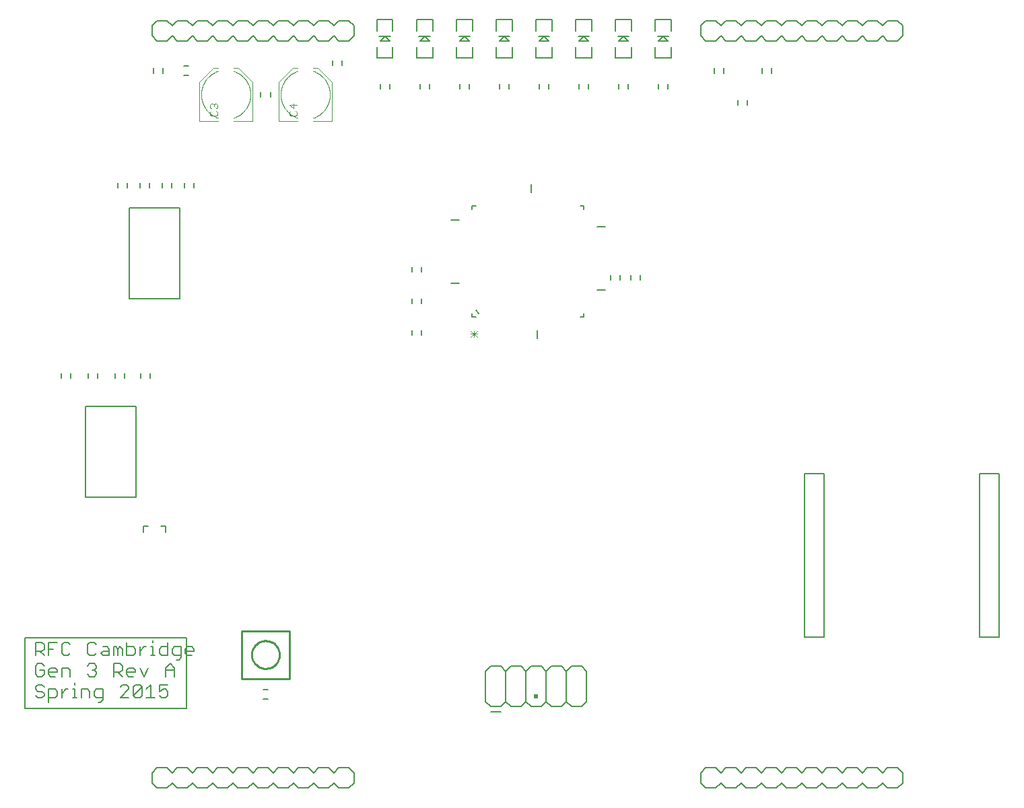
<source format=gto>
G75*
G70*
%OFA0B0*%
%FSLAX24Y24*%
%IPPOS*%
%LPD*%
%AMOC8*
5,1,8,0,0,1.08239X$1,22.5*
%
%ADD10C,0.0080*%
%ADD11C,0.0060*%
%ADD12C,0.0050*%
%ADD13C,0.0030*%
%ADD14R,0.0200X0.0200*%
%ADD15C,0.0100*%
%ADD16C,0.0040*%
D10*
X009129Y007128D02*
X009379Y006878D01*
X009879Y006878D01*
X010129Y007128D01*
X010379Y006878D01*
X010879Y006878D01*
X011129Y007128D01*
X011379Y006878D01*
X011879Y006878D01*
X012129Y007128D01*
X012379Y006878D01*
X012879Y006878D01*
X013129Y007128D01*
X013379Y006878D01*
X013879Y006878D01*
X014129Y007128D01*
X014379Y006878D01*
X014879Y006878D01*
X015129Y007128D01*
X015379Y006878D01*
X015879Y006878D01*
X016129Y007128D01*
X016379Y006878D01*
X016879Y006878D01*
X017129Y007128D01*
X017379Y006878D01*
X017879Y006878D01*
X018129Y007128D01*
X018379Y006878D01*
X018879Y006878D01*
X019129Y007128D01*
X019129Y007628D01*
X018879Y007878D01*
X018379Y007878D01*
X018129Y007628D01*
X017879Y007878D01*
X017379Y007878D01*
X017129Y007628D01*
X016879Y007878D01*
X016379Y007878D01*
X016129Y007628D01*
X015879Y007878D01*
X015379Y007878D01*
X015129Y007628D01*
X014879Y007878D01*
X014379Y007878D01*
X014129Y007628D01*
X013879Y007878D01*
X013379Y007878D01*
X013129Y007628D01*
X012879Y007878D01*
X012379Y007878D01*
X012129Y007628D01*
X011879Y007878D01*
X011379Y007878D01*
X011129Y007628D01*
X010879Y007878D01*
X010379Y007878D01*
X010129Y007628D01*
X009879Y007878D01*
X009379Y007878D01*
X009129Y007628D01*
X009129Y007128D01*
X008684Y019543D02*
X008684Y019858D01*
X008920Y019858D01*
X009550Y019858D02*
X009786Y019858D01*
X009786Y019543D01*
X025883Y010656D02*
X026383Y010656D01*
X036294Y007628D02*
X036294Y007128D01*
X036544Y006878D01*
X037044Y006878D01*
X037294Y007128D01*
X037544Y006878D01*
X038044Y006878D01*
X038294Y007128D01*
X038544Y006878D01*
X039044Y006878D01*
X039294Y007128D01*
X039544Y006878D01*
X040044Y006878D01*
X040294Y007128D01*
X040544Y006878D01*
X041044Y006878D01*
X041294Y007128D01*
X041544Y006878D01*
X042044Y006878D01*
X042294Y007128D01*
X042544Y006878D01*
X043044Y006878D01*
X043294Y007128D01*
X043544Y006878D01*
X044044Y006878D01*
X044294Y007128D01*
X044544Y006878D01*
X045044Y006878D01*
X045294Y007128D01*
X045544Y006878D01*
X046044Y006878D01*
X046294Y007128D01*
X046294Y007628D01*
X046044Y007878D01*
X045544Y007878D01*
X045294Y007628D01*
X045044Y007878D01*
X044544Y007878D01*
X044294Y007628D01*
X044044Y007878D01*
X043544Y007878D01*
X043294Y007628D01*
X043044Y007878D01*
X042544Y007878D01*
X042294Y007628D01*
X042044Y007878D01*
X041544Y007878D01*
X041294Y007628D01*
X041044Y007878D01*
X040544Y007878D01*
X040294Y007628D01*
X040044Y007878D01*
X039544Y007878D01*
X039294Y007628D01*
X039044Y007878D01*
X038544Y007878D01*
X038294Y007628D01*
X038044Y007878D01*
X037544Y007878D01*
X037294Y007628D01*
X037044Y007878D01*
X036544Y007878D01*
X036294Y007628D01*
X041420Y014366D02*
X042404Y014366D01*
X042404Y022437D01*
X041420Y022437D01*
X041420Y014366D01*
X050082Y014366D02*
X050082Y022437D01*
X051066Y022437D01*
X051066Y014366D01*
X050082Y014366D01*
X034826Y043047D02*
X034038Y043047D01*
X034038Y043598D01*
X034196Y043874D02*
X034668Y043874D01*
X034432Y044110D01*
X034196Y043874D01*
X034156Y044110D02*
X034432Y044110D01*
X034708Y044110D01*
X034826Y044386D02*
X034826Y044937D01*
X034038Y044937D01*
X034038Y044386D01*
X034826Y043598D02*
X034826Y043047D01*
X036294Y044136D02*
X036544Y043886D01*
X037044Y043886D01*
X037294Y044136D01*
X037544Y043886D01*
X038044Y043886D01*
X038294Y044136D01*
X038544Y043886D01*
X039044Y043886D01*
X039294Y044136D01*
X039544Y043886D01*
X040044Y043886D01*
X040294Y044136D01*
X040544Y043886D01*
X041044Y043886D01*
X041294Y044136D01*
X041544Y043886D01*
X042044Y043886D01*
X042294Y044136D01*
X042544Y043886D01*
X043044Y043886D01*
X043294Y044136D01*
X043544Y043886D01*
X044044Y043886D01*
X044294Y044136D01*
X044544Y043886D01*
X045044Y043886D01*
X045294Y044136D01*
X045544Y043886D01*
X046044Y043886D01*
X046294Y044136D01*
X046294Y044636D01*
X046044Y044886D01*
X045544Y044886D01*
X045294Y044636D01*
X045044Y044886D01*
X044544Y044886D01*
X044294Y044636D01*
X044044Y044886D01*
X043544Y044886D01*
X043294Y044636D01*
X043044Y044886D01*
X042544Y044886D01*
X042294Y044636D01*
X042044Y044886D01*
X041544Y044886D01*
X041294Y044636D01*
X041044Y044886D01*
X040544Y044886D01*
X040294Y044636D01*
X040044Y044886D01*
X039544Y044886D01*
X039294Y044636D01*
X039044Y044886D01*
X038544Y044886D01*
X038294Y044636D01*
X038044Y044886D01*
X037544Y044886D01*
X037294Y044636D01*
X037044Y044886D01*
X036544Y044886D01*
X036294Y044636D01*
X036294Y044136D01*
X032857Y044386D02*
X032857Y044937D01*
X032070Y044937D01*
X032070Y044386D01*
X032188Y044110D02*
X032463Y044110D01*
X032700Y043874D01*
X032227Y043874D01*
X032463Y044110D01*
X032739Y044110D01*
X032857Y043598D02*
X032857Y043047D01*
X032070Y043047D01*
X032070Y043598D01*
X030889Y043598D02*
X030889Y043047D01*
X030101Y043047D01*
X030101Y043598D01*
X030259Y043874D02*
X030731Y043874D01*
X030495Y044110D01*
X030259Y043874D01*
X030219Y044110D02*
X030495Y044110D01*
X030771Y044110D01*
X030889Y044386D02*
X030889Y044937D01*
X030101Y044937D01*
X030101Y044386D01*
X028920Y044386D02*
X028920Y044937D01*
X028133Y044937D01*
X028133Y044386D01*
X028251Y044110D02*
X028526Y044110D01*
X028763Y043874D01*
X028290Y043874D01*
X028526Y044110D01*
X028802Y044110D01*
X028920Y043598D02*
X028920Y043047D01*
X028133Y043047D01*
X028133Y043598D01*
X026952Y043598D02*
X026952Y043047D01*
X026164Y043047D01*
X026164Y043598D01*
X026322Y043874D02*
X026794Y043874D01*
X026558Y044110D01*
X026322Y043874D01*
X026282Y044110D02*
X026558Y044110D01*
X026834Y044110D01*
X026952Y044386D02*
X026952Y044937D01*
X026164Y044937D01*
X026164Y044386D01*
X024983Y044386D02*
X024983Y044937D01*
X024196Y044937D01*
X024196Y044386D01*
X024314Y044110D02*
X024589Y044110D01*
X024826Y043874D01*
X024353Y043874D01*
X024589Y044110D01*
X024865Y044110D01*
X024983Y043598D02*
X024983Y043047D01*
X024196Y043047D01*
X024196Y043598D01*
X023015Y043598D02*
X023015Y043047D01*
X022227Y043047D01*
X022227Y043598D01*
X022385Y043874D02*
X022857Y043874D01*
X022621Y044110D01*
X022385Y043874D01*
X022345Y044110D02*
X022621Y044110D01*
X022897Y044110D01*
X023015Y044386D02*
X023015Y044937D01*
X022227Y044937D01*
X022227Y044386D01*
X021046Y044386D02*
X021046Y044937D01*
X020259Y044937D01*
X020259Y044386D01*
X020377Y044110D02*
X020652Y044110D01*
X020889Y043874D01*
X020416Y043874D01*
X020652Y044110D01*
X020928Y044110D01*
X021046Y043598D02*
X021046Y043047D01*
X020259Y043047D01*
X020259Y043598D01*
X019129Y044136D02*
X019129Y044636D01*
X018879Y044886D01*
X018379Y044886D01*
X018129Y044636D01*
X017879Y044886D01*
X017379Y044886D01*
X017129Y044636D01*
X016879Y044886D01*
X016379Y044886D01*
X016129Y044636D01*
X015879Y044886D01*
X015379Y044886D01*
X015129Y044636D01*
X014879Y044886D01*
X014379Y044886D01*
X014129Y044636D01*
X013879Y044886D01*
X013379Y044886D01*
X013129Y044636D01*
X012879Y044886D01*
X012379Y044886D01*
X012129Y044636D01*
X011879Y044886D01*
X011379Y044886D01*
X011129Y044636D01*
X010879Y044886D01*
X010379Y044886D01*
X010129Y044636D01*
X009879Y044886D01*
X009379Y044886D01*
X009129Y044636D01*
X009129Y044136D01*
X009379Y043886D01*
X009879Y043886D01*
X010129Y044136D01*
X010379Y043886D01*
X010879Y043886D01*
X011129Y044136D01*
X011379Y043886D01*
X011879Y043886D01*
X012129Y044136D01*
X012379Y043886D01*
X012879Y043886D01*
X013129Y044136D01*
X013379Y043886D01*
X013879Y043886D01*
X014129Y044136D01*
X014379Y043886D01*
X014879Y043886D01*
X015129Y044136D01*
X015379Y043886D01*
X015879Y043886D01*
X016129Y044136D01*
X016379Y043886D01*
X016879Y043886D01*
X017129Y044136D01*
X017379Y043886D01*
X017879Y043886D01*
X018129Y044136D01*
X018379Y043886D01*
X018879Y043886D01*
X019129Y044136D01*
D11*
X018526Y042929D02*
X018526Y042693D01*
X018054Y042693D02*
X018054Y042929D01*
X020416Y041748D02*
X020416Y041512D01*
X020889Y041512D02*
X020889Y041748D01*
X022385Y041748D02*
X022385Y041512D01*
X022857Y041512D02*
X022857Y041748D01*
X024353Y041748D02*
X024353Y041512D01*
X024826Y041512D02*
X024826Y041748D01*
X026322Y041748D02*
X026322Y041512D01*
X026794Y041512D02*
X026794Y041748D01*
X028290Y041748D02*
X028290Y041512D01*
X028763Y041512D02*
X028763Y041748D01*
X030259Y041748D02*
X030259Y041512D01*
X030731Y041512D02*
X030731Y041748D01*
X032227Y041748D02*
X032227Y041512D01*
X032700Y041512D02*
X032700Y041748D01*
X034196Y041748D02*
X034196Y041512D01*
X034668Y041512D02*
X034668Y041748D01*
X036952Y042299D02*
X036952Y042535D01*
X037424Y042535D02*
X037424Y042299D01*
X038133Y040961D02*
X038133Y040724D01*
X038605Y040724D02*
X038605Y040961D01*
X039314Y042299D02*
X039314Y042535D01*
X039786Y042535D02*
X039786Y042299D01*
X030499Y035729D02*
X030329Y035729D01*
X030499Y035729D02*
X030499Y035559D01*
X031149Y034699D02*
X031549Y034699D01*
X031834Y032299D02*
X031834Y032063D01*
X032306Y032063D02*
X032306Y032299D01*
X032818Y032299D02*
X032818Y032063D01*
X033290Y032063D02*
X033290Y032299D01*
X031559Y031549D02*
X031159Y031549D01*
X030499Y030379D02*
X030499Y030209D01*
X030329Y030209D01*
X028209Y029559D02*
X028209Y029159D01*
X025309Y030389D02*
X025159Y030539D01*
X024979Y030379D02*
X024979Y030209D01*
X025149Y030209D01*
X024319Y031869D02*
X023919Y031869D01*
X022463Y032457D02*
X022463Y032693D01*
X021991Y032693D02*
X021991Y032457D01*
X021991Y031118D02*
X021991Y030882D01*
X022463Y030882D02*
X022463Y031118D01*
X022463Y029543D02*
X022463Y029307D01*
X021991Y029307D02*
X021991Y029543D01*
X023919Y035029D02*
X024319Y035029D01*
X024979Y035559D02*
X024979Y035729D01*
X025149Y035729D01*
X027899Y036389D02*
X027899Y036779D01*
X014983Y041118D02*
X014983Y041354D01*
X014511Y041354D02*
X014511Y041118D01*
X010928Y042181D02*
X010692Y042181D01*
X010692Y042654D02*
X010928Y042654D01*
X009668Y042535D02*
X009668Y042299D01*
X009196Y042299D02*
X009196Y042535D01*
X008999Y036866D02*
X008999Y036630D01*
X008526Y036630D02*
X008526Y036866D01*
X009629Y036866D02*
X009629Y036630D01*
X010101Y036630D02*
X010101Y036866D01*
X010731Y036866D02*
X010731Y036630D01*
X011204Y036630D02*
X011204Y036866D01*
X007897Y036866D02*
X007897Y036630D01*
X007424Y036630D02*
X007424Y036866D01*
X007306Y027417D02*
X007306Y027181D01*
X007778Y027181D02*
X007778Y027417D01*
X008566Y027417D02*
X008566Y027181D01*
X009038Y027181D02*
X009038Y027417D01*
X006440Y027417D02*
X006440Y027181D01*
X005967Y027181D02*
X005967Y027417D01*
X005101Y027417D02*
X005101Y027181D01*
X004629Y027181D02*
X004629Y027417D01*
X004755Y014086D02*
X004649Y013979D01*
X004649Y013552D01*
X004755Y013445D01*
X004969Y013445D01*
X005076Y013552D01*
X005076Y013979D02*
X004969Y014086D01*
X004755Y014086D01*
X004431Y014086D02*
X004004Y014086D01*
X004004Y013445D01*
X003787Y013445D02*
X003573Y013658D01*
X003680Y013658D02*
X003360Y013658D01*
X003360Y013445D02*
X003360Y014086D01*
X003680Y014086D01*
X003787Y013979D01*
X003787Y013765D01*
X003680Y013658D01*
X004004Y013765D02*
X004218Y013765D01*
X003680Y013036D02*
X003466Y013036D01*
X003360Y012929D01*
X003360Y012502D01*
X003466Y012395D01*
X003680Y012395D01*
X003787Y012502D01*
X003787Y012715D01*
X003573Y012715D01*
X003787Y012929D02*
X003680Y013036D01*
X004004Y012715D02*
X004111Y012822D01*
X004324Y012822D01*
X004431Y012715D01*
X004431Y012608D01*
X004004Y012608D01*
X004004Y012502D02*
X004004Y012715D01*
X004004Y012502D02*
X004111Y012395D01*
X004324Y012395D01*
X004649Y012395D02*
X004649Y012822D01*
X004969Y012822D01*
X005076Y012715D01*
X005076Y012395D01*
X005293Y012092D02*
X005293Y011986D01*
X005293Y011772D02*
X005293Y011345D01*
X005399Y011345D02*
X005186Y011345D01*
X005186Y011772D02*
X005293Y011772D01*
X005616Y011772D02*
X005616Y011345D01*
X006043Y011345D02*
X006043Y011665D01*
X005936Y011772D01*
X005616Y011772D01*
X004969Y011772D02*
X004862Y011772D01*
X004649Y011558D01*
X004649Y011345D02*
X004649Y011772D01*
X004431Y011665D02*
X004431Y011452D01*
X004324Y011345D01*
X004004Y011345D01*
X004004Y011131D02*
X004004Y011772D01*
X004324Y011772D01*
X004431Y011665D01*
X003787Y011558D02*
X003787Y011452D01*
X003680Y011345D01*
X003466Y011345D01*
X003360Y011452D01*
X003466Y011665D02*
X003680Y011665D01*
X003787Y011558D01*
X003787Y011879D02*
X003680Y011986D01*
X003466Y011986D01*
X003360Y011879D01*
X003360Y011772D01*
X003466Y011665D01*
X005938Y012502D02*
X006045Y012395D01*
X006258Y012395D01*
X006365Y012502D01*
X006365Y012608D01*
X006258Y012715D01*
X006151Y012715D01*
X006258Y012715D02*
X006365Y012822D01*
X006365Y012929D01*
X006258Y013036D01*
X006045Y013036D01*
X005938Y012929D01*
X006045Y013445D02*
X006258Y013445D01*
X006365Y013552D01*
X006582Y013552D02*
X006689Y013658D01*
X007009Y013658D01*
X007009Y013765D02*
X007009Y013445D01*
X006689Y013445D01*
X006582Y013552D01*
X006689Y013872D02*
X006903Y013872D01*
X007009Y013765D01*
X007227Y013872D02*
X007334Y013872D01*
X007440Y013765D01*
X007547Y013872D01*
X007654Y013765D01*
X007654Y013445D01*
X007440Y013445D02*
X007440Y013765D01*
X007227Y013872D02*
X007227Y013445D01*
X007227Y013036D02*
X007547Y013036D01*
X007654Y012929D01*
X007654Y012715D01*
X007547Y012608D01*
X007227Y012608D01*
X007227Y012395D02*
X007227Y013036D01*
X007440Y012608D02*
X007654Y012395D01*
X007871Y012502D02*
X007871Y012715D01*
X007978Y012822D01*
X008192Y012822D01*
X008298Y012715D01*
X008298Y012608D01*
X007871Y012608D01*
X007871Y012502D02*
X007978Y012395D01*
X008192Y012395D01*
X008300Y011986D02*
X008514Y011986D01*
X008621Y011879D01*
X008194Y011452D01*
X008300Y011345D01*
X008514Y011345D01*
X008621Y011452D01*
X008621Y011879D01*
X008838Y011772D02*
X009052Y011986D01*
X009052Y011345D01*
X009265Y011345D02*
X008838Y011345D01*
X008194Y011452D02*
X008194Y011879D01*
X008300Y011986D01*
X007976Y011879D02*
X007869Y011986D01*
X007656Y011986D01*
X007549Y011879D01*
X007976Y011879D02*
X007976Y011772D01*
X007549Y011345D01*
X007976Y011345D01*
X006687Y011345D02*
X006367Y011345D01*
X006260Y011452D01*
X006260Y011665D01*
X006367Y011772D01*
X006687Y011772D01*
X006687Y011238D01*
X006580Y011131D01*
X006474Y011131D01*
X008730Y012395D02*
X008943Y012822D01*
X008516Y012822D02*
X008730Y012395D01*
X009483Y011986D02*
X009483Y011665D01*
X009696Y011772D01*
X009803Y011772D01*
X009910Y011665D01*
X009910Y011452D01*
X009803Y011345D01*
X009590Y011345D01*
X009483Y011452D01*
X009483Y011986D02*
X009910Y011986D01*
X009805Y012395D02*
X009805Y012822D01*
X010019Y013036D01*
X010232Y012822D01*
X010232Y012395D01*
X010232Y012715D02*
X009805Y012715D01*
X010341Y013231D02*
X010448Y013231D01*
X010554Y013338D01*
X010554Y013872D01*
X010234Y013872D01*
X010127Y013765D01*
X010127Y013552D01*
X010234Y013445D01*
X010554Y013445D01*
X010772Y013552D02*
X010772Y013765D01*
X010879Y013872D01*
X011092Y013872D01*
X011199Y013765D01*
X011199Y013658D01*
X010772Y013658D01*
X010772Y013552D02*
X010879Y013445D01*
X011092Y013445D01*
X009910Y013445D02*
X009590Y013445D01*
X009483Y013552D01*
X009483Y013765D01*
X009590Y013872D01*
X009910Y013872D01*
X009910Y014086D02*
X009910Y013445D01*
X009267Y013445D02*
X009053Y013445D01*
X009160Y013445D02*
X009160Y013872D01*
X009053Y013872D01*
X008836Y013872D02*
X008730Y013872D01*
X008516Y013658D01*
X008516Y013445D02*
X008516Y013872D01*
X008298Y013765D02*
X008298Y013552D01*
X008192Y013445D01*
X007871Y013445D01*
X007871Y014086D01*
X007871Y013872D02*
X008192Y013872D01*
X008298Y013765D01*
X009160Y014086D02*
X009160Y014192D01*
X006365Y013979D02*
X006258Y014086D01*
X006045Y014086D01*
X005938Y013979D01*
X005938Y013552D01*
X006045Y013445D01*
X014629Y011748D02*
X014865Y011748D01*
X014865Y011276D02*
X014629Y011276D01*
X025633Y011156D02*
X025883Y010906D01*
X026383Y010906D01*
X026633Y011156D01*
X026633Y012656D01*
X026883Y012906D01*
X027383Y012906D01*
X027633Y012656D01*
X027633Y011156D01*
X027883Y010906D01*
X028383Y010906D01*
X028633Y011156D01*
X028633Y012656D01*
X028883Y012906D01*
X029383Y012906D01*
X029633Y012656D01*
X029883Y012906D01*
X030383Y012906D01*
X030633Y012656D01*
X030633Y011156D01*
X030383Y010906D01*
X029883Y010906D01*
X029633Y011156D01*
X029633Y012656D01*
X028633Y012656D02*
X028383Y012906D01*
X027883Y012906D01*
X027633Y012656D01*
X026633Y012656D02*
X026383Y012906D01*
X025883Y012906D01*
X025633Y012656D01*
X025633Y011156D01*
X026633Y011156D02*
X026883Y010906D01*
X027383Y010906D01*
X027633Y011156D01*
X028633Y011156D02*
X028883Y010906D01*
X029383Y010906D01*
X029633Y011156D01*
D12*
X010830Y010815D02*
X002830Y010815D01*
X002830Y014315D01*
X010830Y014315D01*
X010830Y010815D01*
X008320Y021270D02*
X005820Y021270D01*
X005820Y025770D01*
X008320Y025770D01*
X008320Y021270D01*
X007985Y031112D02*
X007985Y035612D01*
X010485Y035612D01*
X010485Y031112D01*
X007985Y031112D01*
D13*
X012061Y040169D02*
X012308Y040169D01*
X012370Y040230D01*
X012370Y040354D01*
X012308Y040415D01*
X012308Y040537D02*
X012370Y040599D01*
X012370Y040722D01*
X012308Y040784D01*
X012246Y040784D01*
X012185Y040722D01*
X012185Y040660D01*
X012185Y040722D02*
X012123Y040784D01*
X012061Y040784D01*
X011999Y040722D01*
X011999Y040599D01*
X012061Y040537D01*
X012061Y040415D02*
X011999Y040354D01*
X011999Y040230D01*
X012061Y040169D01*
X015936Y040230D02*
X015998Y040169D01*
X016245Y040169D01*
X016307Y040230D01*
X016307Y040354D01*
X016245Y040415D01*
X016122Y040537D02*
X016122Y040784D01*
X016307Y040722D02*
X015936Y040722D01*
X016122Y040537D01*
X015998Y040415D02*
X015936Y040354D01*
X015936Y040230D01*
X024912Y029527D02*
X025226Y029214D01*
X024912Y029527D01*
X024912Y029370D02*
X025226Y029370D01*
X024912Y029370D01*
X024912Y029214D02*
X025226Y029527D01*
X024912Y029214D01*
X025069Y029214D02*
X025069Y029527D01*
X025069Y029214D01*
D14*
X028133Y011406D03*
D15*
X015928Y012299D02*
X015928Y014661D01*
X013566Y014661D01*
X013566Y012299D01*
X015928Y012299D01*
X014058Y013480D02*
X014060Y013532D01*
X014066Y013584D01*
X014076Y013635D01*
X014089Y013685D01*
X014107Y013735D01*
X014128Y013782D01*
X014152Y013828D01*
X014181Y013872D01*
X014212Y013914D01*
X014246Y013953D01*
X014283Y013990D01*
X014323Y014023D01*
X014366Y014054D01*
X014410Y014081D01*
X014456Y014105D01*
X014505Y014125D01*
X014554Y014141D01*
X014605Y014154D01*
X014656Y014163D01*
X014708Y014168D01*
X014760Y014169D01*
X014812Y014166D01*
X014864Y014159D01*
X014915Y014148D01*
X014965Y014134D01*
X015014Y014115D01*
X015061Y014093D01*
X015106Y014068D01*
X015150Y014039D01*
X015191Y014007D01*
X015230Y013972D01*
X015265Y013934D01*
X015298Y013893D01*
X015328Y013851D01*
X015354Y013806D01*
X015377Y013759D01*
X015396Y013710D01*
X015412Y013660D01*
X015424Y013610D01*
X015432Y013558D01*
X015436Y013506D01*
X015436Y013454D01*
X015432Y013402D01*
X015424Y013350D01*
X015412Y013300D01*
X015396Y013250D01*
X015377Y013201D01*
X015354Y013154D01*
X015328Y013109D01*
X015298Y013067D01*
X015265Y013026D01*
X015230Y012988D01*
X015191Y012953D01*
X015150Y012921D01*
X015106Y012892D01*
X015061Y012867D01*
X015014Y012845D01*
X014965Y012826D01*
X014915Y012812D01*
X014864Y012801D01*
X014812Y012794D01*
X014760Y012791D01*
X014708Y012792D01*
X014656Y012797D01*
X014605Y012806D01*
X014554Y012819D01*
X014505Y012835D01*
X014456Y012855D01*
X014410Y012879D01*
X014366Y012906D01*
X014323Y012937D01*
X014283Y012970D01*
X014246Y013007D01*
X014212Y013046D01*
X014181Y013088D01*
X014152Y013132D01*
X014128Y013178D01*
X014107Y013225D01*
X014089Y013275D01*
X014076Y013325D01*
X014066Y013376D01*
X014060Y013428D01*
X014058Y013480D01*
D16*
X014097Y039917D02*
X013152Y039917D01*
X012404Y039917D02*
X011460Y039917D01*
X011460Y041846D01*
X012168Y042555D01*
X012404Y042555D01*
X013152Y042555D02*
X013389Y042555D01*
X014097Y041846D01*
X014097Y039917D01*
X015397Y039917D02*
X015397Y041846D01*
X016105Y042555D01*
X016341Y042555D01*
X017089Y042555D02*
X017326Y042555D01*
X018034Y041846D01*
X018034Y039917D01*
X017089Y039917D01*
X016341Y039917D02*
X015397Y039917D01*
X017089Y040075D02*
X017153Y040097D01*
X017216Y040124D01*
X017278Y040154D01*
X017337Y040187D01*
X017395Y040223D01*
X017451Y040263D01*
X017504Y040306D01*
X017555Y040351D01*
X017603Y040399D01*
X017648Y040450D01*
X017691Y040504D01*
X017730Y040560D01*
X017767Y040617D01*
X017800Y040677D01*
X017829Y040739D01*
X017855Y040802D01*
X017878Y040866D01*
X017897Y040932D01*
X017912Y040999D01*
X017923Y041066D01*
X017931Y041134D01*
X017935Y041202D01*
X017935Y041270D01*
X017931Y041338D01*
X017923Y041406D01*
X017912Y041473D01*
X017897Y041540D01*
X017878Y041606D01*
X017855Y041670D01*
X017829Y041733D01*
X017800Y041795D01*
X017767Y041855D01*
X017730Y041912D01*
X017691Y041968D01*
X017648Y042022D01*
X017603Y042073D01*
X017555Y042121D01*
X017504Y042166D01*
X017451Y042209D01*
X017395Y042249D01*
X017337Y042285D01*
X017278Y042318D01*
X017216Y042348D01*
X017153Y042375D01*
X017089Y042397D01*
X016341Y042397D02*
X016277Y042375D01*
X016214Y042348D01*
X016152Y042318D01*
X016093Y042285D01*
X016035Y042249D01*
X015979Y042209D01*
X015926Y042166D01*
X015875Y042121D01*
X015827Y042073D01*
X015782Y042022D01*
X015739Y041968D01*
X015700Y041912D01*
X015663Y041855D01*
X015630Y041795D01*
X015601Y041733D01*
X015575Y041670D01*
X015552Y041606D01*
X015533Y041540D01*
X015518Y041473D01*
X015507Y041406D01*
X015499Y041338D01*
X015495Y041270D01*
X015495Y041202D01*
X015499Y041134D01*
X015507Y041066D01*
X015518Y040999D01*
X015533Y040932D01*
X015552Y040866D01*
X015575Y040802D01*
X015601Y040739D01*
X015630Y040677D01*
X015663Y040617D01*
X015700Y040560D01*
X015739Y040504D01*
X015782Y040450D01*
X015827Y040399D01*
X015875Y040351D01*
X015926Y040306D01*
X015979Y040263D01*
X016035Y040223D01*
X016093Y040187D01*
X016152Y040154D01*
X016214Y040124D01*
X016277Y040097D01*
X016341Y040075D01*
X012404Y040075D02*
X012340Y040097D01*
X012277Y040124D01*
X012215Y040154D01*
X012156Y040187D01*
X012098Y040223D01*
X012042Y040263D01*
X011989Y040306D01*
X011938Y040351D01*
X011890Y040399D01*
X011845Y040450D01*
X011802Y040504D01*
X011763Y040560D01*
X011726Y040617D01*
X011693Y040677D01*
X011664Y040739D01*
X011638Y040802D01*
X011615Y040866D01*
X011596Y040932D01*
X011581Y040999D01*
X011570Y041066D01*
X011562Y041134D01*
X011558Y041202D01*
X011558Y041270D01*
X011562Y041338D01*
X011570Y041406D01*
X011581Y041473D01*
X011596Y041540D01*
X011615Y041606D01*
X011638Y041670D01*
X011664Y041733D01*
X011693Y041795D01*
X011726Y041855D01*
X011763Y041912D01*
X011802Y041968D01*
X011845Y042022D01*
X011890Y042073D01*
X011938Y042121D01*
X011989Y042166D01*
X012042Y042209D01*
X012098Y042249D01*
X012156Y042285D01*
X012215Y042318D01*
X012277Y042348D01*
X012340Y042375D01*
X012404Y042397D01*
X013152Y042397D02*
X013216Y042375D01*
X013279Y042348D01*
X013341Y042318D01*
X013400Y042285D01*
X013458Y042249D01*
X013514Y042209D01*
X013567Y042166D01*
X013618Y042121D01*
X013666Y042073D01*
X013711Y042022D01*
X013754Y041968D01*
X013793Y041912D01*
X013830Y041855D01*
X013863Y041795D01*
X013892Y041733D01*
X013918Y041670D01*
X013941Y041606D01*
X013960Y041540D01*
X013975Y041473D01*
X013986Y041406D01*
X013994Y041338D01*
X013998Y041270D01*
X013998Y041202D01*
X013994Y041134D01*
X013986Y041066D01*
X013975Y040999D01*
X013960Y040932D01*
X013941Y040866D01*
X013918Y040802D01*
X013892Y040739D01*
X013863Y040677D01*
X013830Y040617D01*
X013793Y040560D01*
X013754Y040504D01*
X013711Y040450D01*
X013666Y040399D01*
X013618Y040351D01*
X013567Y040306D01*
X013514Y040263D01*
X013458Y040223D01*
X013400Y040187D01*
X013341Y040154D01*
X013279Y040124D01*
X013216Y040097D01*
X013152Y040075D01*
M02*

</source>
